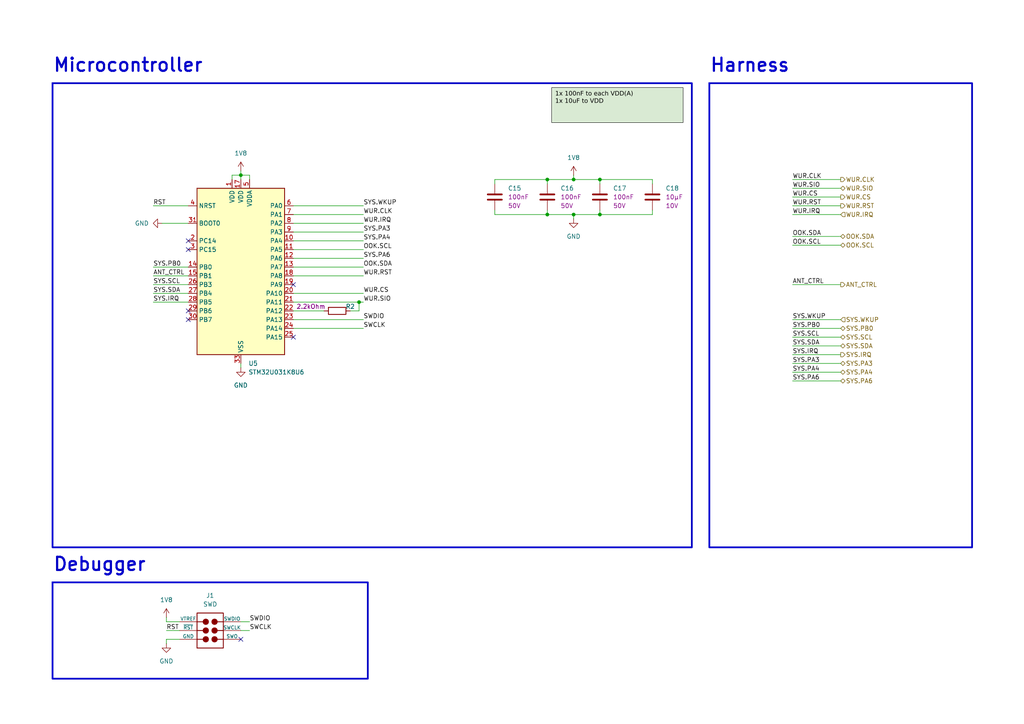
<source format=kicad_sch>
(kicad_sch (version 20250114) (generator "eeschema") (generator_version "9.0")
  (paper "A4")
  (title_block (title "WakeMod") (date "09.05.2025") (rev "v1.1") (company "D-ITET PBL") (comment 1 "Silvano Cortesi"))
  (lib_symbols
    (symbol "#sc:capacitor/GRM155R61A106ME11D" (pin_numbers (hide yes)) (pin_names (offset 0.254))
      (property "Reference" "C" (at 0.635 2.54 0))
      (property "Capacitance" "10μF" (at 0 0 0))
      (property "Voltage" "10V" (at 0 0 0))
      (symbol "capacitor/GRM155R61A106ME11D_0_1"
        (polyline (pts (xy -2.032 0.762) (xy 2.032 0.762)) (stroke (width 0.508)))
        (polyline (pts (xy -2.032 -0.762) (xy 2.032 -0.762)) (stroke (width 0.508)))
      )
      (symbol "capacitor/GRM155R61A106ME11D_1_1"
        (pin passive line (at 0 3.81 270) (length 2.794) (name "~") (number "1"))
        (pin passive line (at 0 -3.81 90) (length 2.794) (name "~") (number "2"))
      )
    )
    (symbol "#sc:capacitor/GRM155R71H104KE14J" (pin_numbers (hide yes)) (pin_names (offset 0.254))
      (property "Reference" "C" (at 0.635 2.54 0))
      (property "Capacitance" "100nF" (at 0 0 0))
      (property "Voltage" "50V" (at 0 0 0))
      (symbol "capacitor/GRM155R71H104KE14J_0_1"
        (polyline (pts (xy -2.032 0.762) (xy 2.032 0.762)) (stroke (width 0.508)))
        (polyline (pts (xy -2.032 -0.762) (xy 2.032 -0.762)) (stroke (width 0.508)))
      )
      (symbol "capacitor/GRM155R71H104KE14J_1_1"
        (pin passive line (at 0 3.81 270) (length 2.794) (name "~") (number "1"))
        (pin passive line (at 0 -3.81 90) (length 2.794) (name "~") (number "2"))
      )
    )
    (symbol "#sc:ic/STM32U031K8U6"
      (property "Reference" "U" (at -12.7 26.67 0))
      (property "Value" "STM32U031K8U6" (at 5.08 26.67 0))
      (symbol "ic/STM32U031K8U6_0_1"
        (rectangle (start -12.7 -22.86) (end 12.7 25.4) (stroke (width 0.254)) (fill (type background)))
      )
      (symbol "ic/STM32U031K8U6_1_1"
        (pin input line (at -15.24 20.32 0) (length 2.54) (name "NRST") (number "4"))
        (pin input line (at -15.24 15.24 0) (length 2.54) (name "BOOT0") (number "31"))
        (pin bidirectional line (at -15.24 10.16 0) (length 2.54) (name "PC14") (number "2"))
        (pin bidirectional line (at -15.24 7.62 0) (length 2.54) (name "PC15") (number "3"))
        (pin bidirectional line (at -15.24 2.54 0) (length 2.54) (name "PB0") (number "14"))
        (pin bidirectional line (at -15.24 0 0) (length 2.54) (name "PB1") (number "15"))
        (pin bidirectional line (at -15.24 -2.54 0) (length 2.54) (name "PB3") (number "26"))
        (pin bidirectional line (at -15.24 -5.08 0) (length 2.54) (name "PB4") (number "27"))
        (pin bidirectional line (at -15.24 -7.62 0) (length 2.54) (name "PB5") (number "28"))
        (pin bidirectional line (at -15.24 -10.16 0) (length 2.54) (name "PB6") (number "29"))
        (pin bidirectional line (at -15.24 -12.7 0) (length 2.54) (name "PB7") (number "30"))
        (pin power_in line (at -2.54 27.94 270) (length 2.54) (name "VDD") (number "1"))
        (pin power_in line (at 0 27.94 270) (length 2.54) (name "VDD") (number "17"))
        (pin passive line (at 0 -25.4 90) (length 2.54) (hide yes) (name "VSS") (number "16"))
        (pin passive line (at 0 -25.4 90) (length 2.54) (hide yes) (name "VSS") (number "32"))
        (pin power_in line (at 0 -25.4 90) (length 2.54) (name "VSS") (number "33"))
        (pin power_in line (at 2.54 27.94 270) (length 2.54) (name "VDDA") (number "5"))
        (pin bidirectional line (at 15.24 20.32 180) (length 2.54) (name "PA0") (number "6"))
        (pin bidirectional line (at 15.24 17.78 180) (length 2.54) (name "PA1") (number "7"))
        (pin bidirectional line (at 15.24 15.24 180) (length 2.54) (name "PA2") (number "8"))
        (pin bidirectional line (at 15.24 12.7 180) (length 2.54) (name "PA3") (number "9"))
        (pin bidirectional line (at 15.24 10.16 180) (length 2.54) (name "PA4") (number "10"))
        (pin bidirectional line (at 15.24 7.62 180) (length 2.54) (name "PA5") (number "11"))
        (pin bidirectional line (at 15.24 5.08 180) (length 2.54) (name "PA6") (number "12"))
        (pin bidirectional line (at 15.24 2.54 180) (length 2.54) (name "PA7") (number "13"))
        (pin bidirectional line (at 15.24 0 180) (length 2.54) (name "PA8") (number "18"))
        (pin bidirectional line (at 15.24 -2.54 180) (length 2.54) (name "PA9") (number "19"))
        (pin bidirectional line (at 15.24 -5.08 180) (length 2.54) (name "PA10") (number "20"))
        (pin bidirectional line (at 15.24 -7.62 180) (length 2.54) (name "PA11") (number "21"))
        (pin bidirectional line (at 15.24 -10.16 180) (length 2.54) (name "PA12") (number "22"))
        (pin bidirectional line (at 15.24 -12.7 180) (length 2.54) (name "PA13") (number "23"))
        (pin bidirectional line (at 15.24 -15.24 180) (length 2.54) (name "PA14") (number "24"))
        (pin bidirectional line (at 15.24 -17.78 180) (length 2.54) (name "PA15") (number "25"))
      )
    )
    (symbol "#sc:resistor/ERJ-2RKF2201X" (pin_numbers (hide yes)) (pin_names (offset 0))
      (property "Reference" "R" (at 2.032 0 90))
      (property "Resistance" "2.2kOhm" (at 0 0 0))
      (symbol "resistor/ERJ-2RKF2201X_0_1"
        (rectangle (start -1.016 -2.54) (end 1.016 2.54) (stroke (width 0.254)))
      )
      (symbol "resistor/ERJ-2RKF2201X_1_1"
        (pin passive line (at 0 3.81 270) (length 1.27) (name "~") (number "1"))
        (pin passive line (at 0 -3.81 90) (length 1.27) (name "~") (number "2"))
      )
    )
    (symbol "power:+1V8" (power) (pin_numbers (hide yes)) (pin_names (offset 0) (hide yes))
      (property "Value" "+1V8" (at 0 3.556 0))
      (symbol "+1V8_0_1"
        (polyline (pts (xy -0.762 1.27) (xy 0 2.54)))
        (polyline (pts (xy 0 2.54) (xy 0.762 1.27)))
        (polyline (pts (xy 0 0) (xy 0 2.54)))
      )
      (symbol "+1V8_1_1"
        (pin power_in line (at 0 0 90) (length 0) (name "~") (number "1"))
      )
    )
    (symbol "power:GND" (power) (pin_numbers (hide yes)) (pin_names (offset 0) (hide yes))
      (property "Value" "GND" (at 0 -3.81 0))
      (symbol "GND_0_1"
        (polyline (pts (xy 0 0) (xy 0 -1.27) (xy 1.27 -1.27) (xy 0 -2.54) (xy -1.27 -1.27) (xy 0 -1.27)))
      )
      (symbol "GND_1_1"
        (pin power_in line (at 0 0 270) (length 0) (name "~") (number "1"))
      )
    )
    (symbol "sc-connector:SWD" (pin_numbers (hide yes)) (pin_names (offset 0))
      (property "Reference" "J" (at -7.874 0.254 0))
      (property "Value" "SWD" (at -7.874 -12.192 0))
      (symbol "SWD_1_0"
        (polyline (pts (xy -7.62 -2.54) (xy -5.842 -2.54)) (stroke (width 0.254)))
        (polyline (pts (xy -7.62 -5.08) (xy -5.842 -5.08)) (stroke (width 0.254)))
        (polyline (pts (xy -7.62 -7.62) (xy -5.842 -7.62)) (stroke (width 0.254)))
        (polyline (pts (xy -7.62 -10.16) (xy 0 -10.16) (xy 0 0) (xy -7.62 0) (xy -7.62 -10.16)) (stroke (width 0.254)))
        (circle (center -5.08 -2.54) (radius 0.762) (stroke (width 0.254)) (fill (type outline)))
        (circle (center -5.08 -5.08) (radius 0.762) (stroke (width 0.254)) (fill (type outline)))
        (circle (center -5.08 -7.62) (radius 0.762) (stroke (width 0.254)) (fill (type outline)))
        (circle (center -2.54 -2.54) (radius 0.762) (stroke (width 0.254)) (fill (type outline)))
        (circle (center -2.54 -5.08) (radius 0.762) (stroke (width 0.254)) (fill (type outline)))
        (circle (center -2.54 -7.62) (radius 0.762) (stroke (width 0.254)) (fill (type outline)))
        (polyline (pts (xy 0 -2.54) (xy -1.778 -2.54)) (stroke (width 0.254)))
        (polyline (pts (xy 0 -5.08) (xy -1.778 -5.08)) (stroke (width 0.254)))
        (polyline (pts (xy 0 -7.62) (xy -1.778 -7.62)) (stroke (width 0.254)))
        (pin power_in line (at -12.7 -2.54 0) (length 5.08) (name "VTREF") (number "1"))
        (pin passive line (at -12.7 -5.08 0) (length 5.08) (name "~{RST}") (number "3"))
        (pin power_in line (at -12.7 -7.62 0) (length 5.08) (name "GND") (number "5"))
        (pin bidirectional line (at 5.08 -2.54 180) (length 5.08) (name "SWDIO") (number "2"))
        (pin bidirectional line (at 5.08 -5.08 180) (length 5.08) (name "SWCLK") (number "4"))
        (pin bidirectional line (at 5.08 -7.62 180) (length 5.08) (name "SWO") (number "6"))
      )
    )
  )
  (rectangle (start 15.24 168.91) (end 106.68 196.85) (stroke (width 0.508)))
  (rectangle (start 205.74 24.13) (end 281.94 158.75) (stroke (width 0.508)))
  (rectangle (start 15.24 24.13) (end 200.66 158.75) (stroke (width 0.508)))
  (text "Debugger" (at 15.24 163.83 0) (effects (font (size 3.81 3.81) (thickness 0.635)) (justify left)))
  (text "Harness" (at 205.74 19.05 0) (effects (font (size 3.81 3.81) (thickness 0.635)) (justify left)))
  (text "Microcontroller" (at 15.24 19.05 0) (effects (font (size 3.81 3.81) (thickness 0.635)) (justify left)))
  (text_box "1x 100nF to each VDD(A)\n1x 10uF to VDD" (at 160.02 25.4 0) (size 38.1 10.16) (margins 1.016 1.016 1.016 1.016) (stroke (width 0.127) (color 0 0 0 1)) (fill (type color) (color 217 234 211 1)) (effects (font (size 1.27 1.27)) (justify left top)))
  (junction (at 166.37 62.23))
  (junction (at 173.99 52.07))
  (junction (at 173.99 62.23))
  (junction (at 158.75 52.07))
  (junction (at 69.85 50.8))
  (junction (at 166.37 52.07))
  (junction (at 104.14 87.63))
  (junction (at 158.75 62.23))
  (no_connect (at 54.61 90.17))
  (no_connect (at 54.61 69.85))
  (no_connect (at 85.09 97.79))
  (no_connect (at 54.61 92.71))
  (no_connect (at 54.61 72.39))
  (no_connect (at 85.09 82.55))
  (no_connect (at 69.85 185.42))
  (wire (pts (xy 72.39 50.8) (xy 72.39 52.07)))
  (wire (pts (xy 229.87 110.49) (xy 243.84 110.49)))
  (wire (pts (xy 44.45 85.09) (xy 54.61 85.09)))
  (wire (pts (xy 229.87 82.55) (xy 243.84 82.55)))
  (wire (pts (xy 229.87 105.41) (xy 243.84 105.41)))
  (wire (pts (xy 229.87 62.23) (xy 243.84 62.23)))
  (wire (pts (xy 158.75 62.23) (xy 166.37 62.23)))
  (wire (pts (xy 48.26 185.42) (xy 52.07 185.42)))
  (wire (pts (xy 143.51 52.07) (xy 158.75 52.07)))
  (wire (pts (xy 101.6 90.17) (xy 104.14 90.17)))
  (wire (pts (xy 229.87 97.79) (xy 243.84 97.79)))
  (wire (pts (xy 229.87 102.87) (xy 243.84 102.87)))
  (wire (pts (xy 48.26 180.34) (xy 52.07 180.34)))
  (wire (pts (xy 48.26 179.07) (xy 48.26 180.34)))
  (wire (pts (xy 93.98 90.17) (xy 85.09 90.17)))
  (wire (pts (xy 166.37 52.07) (xy 173.99 52.07)))
  (wire (pts (xy 229.87 71.12) (xy 243.84 71.12)))
  (wire (pts (xy 48.26 182.88) (xy 52.07 182.88)))
  (wire (pts (xy 46.99 64.77) (xy 54.61 64.77)))
  (wire (pts (xy 44.45 80.01) (xy 54.61 80.01)))
  (wire (pts (xy 189.23 53.34) (xy 189.23 52.07)))
  (wire (pts (xy 104.14 87.63) (xy 85.09 87.63)))
  (wire (pts (xy 67.31 52.07) (xy 67.31 50.8)))
  (wire (pts (xy 166.37 62.23) (xy 166.37 63.5)))
  (wire (pts (xy 85.09 74.93) (xy 105.41 74.93)))
  (wire (pts (xy 173.99 53.34) (xy 173.99 52.07)))
  (wire (pts (xy 44.45 59.69) (xy 54.61 59.69)))
  (wire (pts (xy 105.41 95.25) (xy 85.09 95.25)))
  (wire (pts (xy 44.45 77.47) (xy 54.61 77.47)))
  (wire (pts (xy 104.14 90.17) (xy 104.14 87.63)))
  (wire (pts (xy 44.45 82.55) (xy 54.61 82.55)))
  (wire (pts (xy 105.41 62.23) (xy 85.09 62.23)))
  (wire (pts (xy 229.87 68.58) (xy 243.84 68.58)))
  (wire (pts (xy 229.87 52.07) (xy 243.84 52.07)))
  (wire (pts (xy 105.41 69.85) (xy 85.09 69.85)))
  (wire (pts (xy 143.51 62.23) (xy 158.75 62.23)))
  (wire (pts (xy 105.41 87.63) (xy 104.14 87.63)))
  (wire (pts (xy 229.87 54.61) (xy 243.84 54.61)))
  (wire (pts (xy 72.39 180.34) (xy 69.85 180.34)))
  (wire (pts (xy 69.85 105.41) (xy 69.85 106.68)))
  (wire (pts (xy 173.99 60.96) (xy 173.99 62.23)))
  (wire (pts (xy 166.37 50.8) (xy 166.37 52.07)))
  (wire (pts (xy 105.41 92.71) (xy 85.09 92.71)))
  (wire (pts (xy 158.75 52.07) (xy 158.75 53.34)))
  (wire (pts (xy 229.87 92.71) (xy 243.84 92.71)))
  (wire (pts (xy 67.31 50.8) (xy 69.85 50.8)))
  (wire (pts (xy 158.75 60.96) (xy 158.75 62.23)))
  (wire (pts (xy 48.26 186.69) (xy 48.26 185.42)))
  (wire (pts (xy 173.99 62.23) (xy 189.23 62.23)))
  (wire (pts (xy 105.41 59.69) (xy 85.09 59.69)))
  (wire (pts (xy 69.85 49.53) (xy 69.85 50.8)))
  (wire (pts (xy 105.41 67.31) (xy 85.09 67.31)))
  (wire (pts (xy 69.85 50.8) (xy 72.39 50.8)))
  (wire (pts (xy 229.87 59.69) (xy 243.84 59.69)))
  (wire (pts (xy 72.39 182.88) (xy 69.85 182.88)))
  (wire (pts (xy 85.09 72.39) (xy 105.41 72.39)))
  (wire (pts (xy 166.37 52.07) (xy 158.75 52.07)))
  (wire (pts (xy 229.87 100.33) (xy 243.84 100.33)))
  (wire (pts (xy 44.45 87.63) (xy 54.61 87.63)))
  (wire (pts (xy 166.37 62.23) (xy 173.99 62.23)))
  (wire (pts (xy 105.41 64.77) (xy 85.09 64.77)))
  (wire (pts (xy 173.99 52.07) (xy 189.23 52.07)))
  (wire (pts (xy 105.41 80.01) (xy 85.09 80.01)))
  (wire (pts (xy 69.85 50.8) (xy 69.85 52.07)))
  (wire (pts (xy 105.41 77.47) (xy 85.09 77.47)))
  (wire (pts (xy 229.87 107.95) (xy 243.84 107.95)))
  (wire (pts (xy 143.51 60.96) (xy 143.51 62.23)))
  (wire (pts (xy 105.41 85.09) (xy 85.09 85.09)))
  (wire (pts (xy 189.23 60.96) (xy 189.23 62.23)))
  (wire (pts (xy 229.87 57.15) (xy 243.84 57.15)))
  (wire (pts (xy 143.51 53.34) (xy 143.51 52.07)))
  (wire (pts (xy 229.87 95.25) (xy 243.84 95.25)))
  (label "SWDIO" (at 105.41 92.71 0))
  (label "SYS.WKUP" (at 105.41 59.69 0))
  (label "WUR.SIO" (at 229.87 54.61 0))
  (label "WUR.RST" (at 229.87 59.69 0))
  (label "SYS.SCL" (at 44.45 82.55 0))
  (label "RST" (at 48.26 182.88 0))
  (label "OOK.SDA" (at 105.41 77.47 0))
  (label "SYS.PA4" (at 105.41 69.85 0))
  (label "SYS.PA6" (at 105.41 74.93 0))
  (label "SYS.PA3" (at 105.41 67.31 0))
  (label "SYS.PA6" (at 229.87 110.49 0))
  (label "WUR.CLK" (at 105.41 62.23 0))
  (label "SWCLK" (at 72.39 182.88 0))
  (label "OOK.SCL" (at 229.87 71.12 0))
  (label "WUR.RST" (at 105.41 80.01 0))
  (label "SYS.SCL" (at 229.87 97.79 0))
  (label "WUR.IRQ" (at 229.87 62.23 0))
  (label "OOK.SDA" (at 229.87 68.58 0))
  (label "WUR.SIO" (at 105.41 87.63 0))
  (label "WUR.CLK" (at 229.87 52.07 0))
  (label "WUR.CS" (at 229.87 57.15 0))
  (label "SYS.PB0" (at 229.87 95.25 0))
  (label "SYS.SDA" (at 44.45 85.09 0))
  (label "WUR.CS" (at 105.41 85.09 0))
  (label "SWCLK" (at 105.41 95.25 0))
  (label "OOK.SCL" (at 105.41 72.39 0))
  (label "ANT_CTRL" (at 44.45 80.01 0))
  (label "SYS.IRQ" (at 229.87 102.87 0))
  (label "SYS.WKUP" (at 229.87 92.71 0))
  (label "SYS.PA3" (at 229.87 105.41 0))
  (label "SYS.PB0" (at 44.45 77.47 0))
  (label "ANT_CTRL" (at 229.87 82.55 0))
  (label "SYS.SDA" (at 229.87 100.33 0))
  (label "WUR.IRQ" (at 105.41 64.77 0))
  (label "SYS.IRQ" (at 44.45 87.63 0))
  (label "SYS.PA4" (at 229.87 107.95 0))
  (label "RST" (at 44.45 59.69 0))
  (label "SWDIO" (at 72.39 180.34 0))
  (hierarchical_label "SYS.IRQ" (shape output) (at 243.84 102.87 0))
  (hierarchical_label "SYS.WKUP" (shape input) (at 243.84 92.71 0))
  (hierarchical_label "SYS.SCL" (shape bidirectional) (at 243.84 97.79 0))
  (hierarchical_label "OOK.SCL" (shape bidirectional) (at 243.84 71.12 0))
  (hierarchical_label "WUR.IRQ" (shape input) (at 243.84 62.23 0))
  (hierarchical_label "WUR.CS" (shape output) (at 243.84 57.15 0))
  (hierarchical_label "WUR.RST" (shape output) (at 243.84 59.69 0))
  (hierarchical_label "ANT_CTRL" (shape output) (at 243.84 82.55 0))
  (hierarchical_label "SYS.PA4" (shape bidirectional) (at 243.84 107.95 0))
  (hierarchical_label "WUR.CLK" (shape output) (at 243.84 52.07 0))
  (hierarchical_label "WUR.SIO" (shape bidirectional) (at 243.84 54.61 0))
  (hierarchical_label "SYS.SDA" (shape bidirectional) (at 243.84 100.33 0))
  (hierarchical_label "SYS.PB0" (shape bidirectional) (at 243.84 95.25 0))
  (hierarchical_label "OOK.SDA" (shape bidirectional) (at 243.84 68.58 0))
  (hierarchical_label "SYS.PA6" (shape bidirectional) (at 243.84 110.49 0))
  (hierarchical_label "SYS.PA3" (shape bidirectional) (at 243.84 105.41 0))
  (symbol (lib_id "power:GND") (at 48.26 186.69 0) (unit 1)
    (property "Reference" "#PWR029" (effects (hide yes)))
    (property "Value" "GND" (at 48.26 191.77 0))
    (property "Description" "Power symbol creates a global label with name \"GND\" , ground" (effects (hide yes)))
  )
  (symbol (lib_id "#sc:capacitor/GRM155R71H104KE14J") (at 158.75 57.15 0) (unit 1)
    (property "Reference" "C16" (at 162.56 54.6099 0) (effects (justify left)))
    (property "Value" "100nF" (effects (hide yes)))
    (property "Footprint" "Capacitor_SMD:C_0402_1005Metric" (effects (hide yes)))
    (property "Datasheet" "https://search.murata.co.jp/Ceramy/image/img/A01X/G101/ENG/GRM155R71H104KE14-01A.pdf" (effects (hide yes)))
    (property "Description" "100nF, 10%, 50V, X7R, 0402" (effects (hide yes)))
    (property "Manufacturer" "Murata" (effects (hide yes)))
    (property "MPN" "GRM155R71H104KE14J" (effects (hide yes)))
    (property "Capacitance" "100nF" (at 162.56 57.1499 0) (effects (justify left)))
    (property "Voltage" "50V" (at 162.56 59.6899 0) (effects (justify left)))
    (property "Material" "X7R" (effects (hide yes)))
    (property "Tolerance" "10%" (effects (hide yes)))
  )
  (symbol (lib_id "sc-connector:SWD") (at 64.77 177.8 0) (unit 1) (in_bom no)
    (property "Reference" "J1" (at 60.96 172.72 0))
    (property "Value" "SWD" (at 60.96 175.26 0))
    (property "Footprint" "sc-connector:TAGCONNECT_TC2030-MCP-NL" (effects (hide yes)))
    (property "Description" "CONN, GENERIC, SWD" (effects (hide yes)))
  )
  (symbol (lib_id "#sc:resistor/ERJ-2RKF2201X") (at 97.79 90.17 270) (mirror x) (unit 1)
    (property "Reference" "R2" (at 101.6 88.9 90))
    (property "Value" "2.2kOhm" (effects (hide yes)))
    (property "Footprint" "Resistor_SMD:R_0402_1005Metric" (effects (hide yes)))
    (property "Datasheet" "https://industrial.panasonic.com/cdbs/www-data/pdf/RDA0000/AOA0000C304.pdf" (effects (hide yes)))
    (property "Description" "2.2kOhm, 0402" (effects (hide yes)))
    (property "Manufacturer" "Panasonic" (effects (hide yes)))
    (property "MPN" "ERJ-2RKF2201X" (effects (hide yes)))
    (property "Resistance" "2.2kOhm" (at 90.17 88.9 90))
    (property "Power" "1/10W" (effects (hide yes)))
    (property "Tolerance" "1.00%" (effects (hide yes)))
  )
  (symbol (lib_id "#sc:capacitor/GRM155R71H104KE14J") (at 143.51 57.15 0) (unit 1)
    (property "Reference" "C15" (at 147.32 54.6099 0) (effects (justify left)))
    (property "Value" "100nF" (effects (hide yes)))
    (property "Footprint" "Capacitor_SMD:C_0402_1005Metric" (effects (hide yes)))
    (property "Datasheet" "https://search.murata.co.jp/Ceramy/image/img/A01X/G101/ENG/GRM155R71H104KE14-01A.pdf" (effects (hide yes)))
    (property "Description" "100nF, 10%, 50V, X7R, 0402" (effects (hide yes)))
    (property "Manufacturer" "Murata" (effects (hide yes)))
    (property "MPN" "GRM155R71H104KE14J" (effects (hide yes)))
    (property "Capacitance" "100nF" (at 147.32 57.1499 0) (effects (justify left)))
    (property "Voltage" "50V" (at 147.32 59.6899 0) (effects (justify left)))
    (property "Material" "X7R" (effects (hide yes)))
    (property "Tolerance" "10%" (effects (hide yes)))
  )
  (symbol (lib_id "#sc:capacitor/GRM155R71H104KE14J") (at 173.99 57.15 0) (unit 1)
    (property "Reference" "C17" (at 177.8 54.6099 0) (effects (justify left)))
    (property "Value" "100nF" (effects (hide yes)))
    (property "Footprint" "Capacitor_SMD:C_0402_1005Metric" (effects (hide yes)))
    (property "Datasheet" "https://search.murata.co.jp/Ceramy/image/img/A01X/G101/ENG/GRM155R71H104KE14-01A.pdf" (effects (hide yes)))
    (property "Description" "100nF, 10%, 50V, X7R, 0402" (effects (hide yes)))
    (property "Manufacturer" "Murata" (effects (hide yes)))
    (property "MPN" "GRM155R71H104KE14J" (effects (hide yes)))
    (property "Capacitance" "100nF" (at 177.8 57.1499 0) (effects (justify left)))
    (property "Voltage" "50V" (at 177.8 59.6899 0) (effects (justify left)))
    (property "Material" "X7R" (effects (hide yes)))
    (property "Tolerance" "10%" (effects (hide yes)))
  )
  (symbol (lib_id "power:GND") (at 46.99 64.77 270) (unit 1)
    (property "Reference" "#PWR025" (effects (hide yes)))
    (property "Value" "GND" (at 43.18 64.7699 90) (effects (justify right)))
    (property "Description" "Power symbol creates a global label with name \"GND\" , ground" (effects (hide yes)))
  )
  (symbol (lib_id "power:+1V8") (at 69.85 49.53 0) (unit 1)
    (property "Reference" "#PWR026" (effects (hide yes)))
    (property "Value" "1V8" (at 69.85 44.45 0))
    (property "Description" "Power symbol creates a global label with name \"+1V8\"" (effects (hide yes)))
  )
  (symbol (lib_id "#sc:capacitor/GRM155R61A106ME11D") (at 189.23 57.15 0) (unit 1)
    (property "Reference" "C18" (at 193.04 54.6099 0) (effects (justify left)))
    (property "Value" "10μF" (effects (hide yes)))
    (property "Footprint" "Capacitor_SMD:C_0402_1005Metric" (effects (hide yes)))
    (property "Datasheet" "https://search.murata.co.jp/Ceramy/image/img/A01X/G101/ENG/GRM155R61A106ME11-01A.pdf" (effects (hide yes)))
    (property "Description" "10uF, 20%, 10V, X5R, 0402" (effects (hide yes)))
    (property "Manufacturer" "Murata" (effects (hide yes)))
    (property "MPN" "GRM155R61A106ME11D" (effects (hide yes)))
    (property "Capacitance" "10μF" (at 193.04 57.1499 0) (effects (justify left)))
    (property "Voltage" "10V" (at 193.04 59.6899 0) (effects (justify left)))
    (property "Material" "X5R" (effects (hide yes)))
    (property "Tolerance" "20%" (effects (hide yes)))
  )
  (symbol (lib_id "power:+1V8") (at 166.37 50.8 0) (unit 1)
    (property "Reference" "#PWR030" (effects (hide yes)))
    (property "Value" "1V8" (at 166.37 45.72 0))
    (property "Description" "Power symbol creates a global label with name \"+1V8\"" (effects (hide yes)))
  )
  (symbol (lib_id "#sc:ic/STM32U031K8U6") (at 69.85 80.01 0) (unit 1)
    (property "Reference" "U5" (at 72.0441 105.41 0) (effects (justify left)))
    (property "Value" "STM32U031K8U6" (at 72.0441 107.95 0) (effects (justify left)))
    (property "Footprint" "Package_DFN_QFN:QFN-32-1EP_5x5mm_P0.5mm_EP3.45x3.45mm" (effects (hide yes)))
    (property "Datasheet" "https://www.st.com/resource/en/datasheet/stm32u031f4.pdf" (effects (hide yes)))
    (property "Description" "Ultra-low-power Arm Cortex-M0+ 32-bit MCU, up to 64-Kbyte flash memory, 12-Kbyte SRAM" (effects (hide yes)))
    (property "Manufacturer" "STMicroelectronics" (effects (hide yes)))
    (property "MPN" "STM32U031K8U6" (effects (hide yes)))
  )
  (symbol (lib_id "power:GND") (at 166.37 63.5 0) (unit 1)
    (property "Reference" "#PWR031" (effects (hide yes)))
    (property "Value" "GND" (at 166.37 68.58 0))
    (property "Description" "Power symbol creates a global label with name \"GND\" , ground" (effects (hide yes)))
  )
  (symbol (lib_id "power:+1V8") (at 48.26 179.07 0) (unit 1)
    (property "Reference" "#PWR028" (effects (hide yes)))
    (property "Value" "1V8" (at 48.26 173.99 0))
    (property "Description" "Power symbol creates a global label with name \"+1V8\"" (effects (hide yes)))
  )
  (symbol (lib_id "power:GND") (at 69.85 106.68 0) (unit 1)
    (property "Reference" "#PWR027" (effects (hide yes)))
    (property "Value" "GND" (at 69.85 111.76 0))
    (property "Description" "Power symbol creates a global label with name \"GND\" , ground" (effects (hide yes)))
  )
)
</source>
